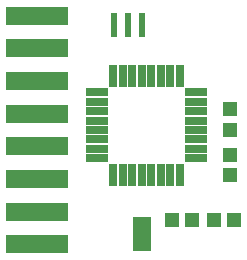
<source format=gts>
G04 DipTrace 3.3.1.1*
G04 TopMask.gts*
%MOIN*%
G04 #@! TF.FileFunction,Soldermask,Top*
G04 #@! TF.Part,Single*
%ADD19R,0.059055X0.11811*%
%ADD32R,0.023628X0.082683*%
%ADD36R,0.074809X0.027565*%
%ADD38R,0.027565X0.074809*%
%ADD40R,0.04725X0.051187*%
%ADD42R,0.051187X0.04725*%
%ADD46R,0.20788X0.06238*%
%FSLAX26Y26*%
G04*
G70*
G90*
G75*
G01*
G04 TopMask*
%LPD*%
D46*
X499951Y424951D3*
Y533951D3*
Y642951D3*
Y751951D3*
Y860951D3*
Y969951D3*
Y1078951D3*
X500001Y1187990D3*
D19*
X850770Y458220D3*
D42*
X1156200Y506200D3*
X1089271D3*
X949950D3*
X1016879D3*
D40*
X1143700Y656200D3*
Y723129D3*
Y874950D3*
Y808021D3*
D38*
X974951Y987449D3*
X943455D3*
X911959D3*
X880462D3*
X848966D3*
X817470D3*
X785974D3*
X754478D3*
D36*
X699360Y932331D3*
Y900835D3*
Y869339D3*
Y837843D3*
Y806347D3*
Y774851D3*
Y743355D3*
Y711859D3*
D38*
X754478Y656741D3*
X785974D3*
X817470D3*
X848966D3*
X880462D3*
X911959D3*
X943455D3*
X974951D3*
D36*
X1030069Y711859D3*
Y743355D3*
Y774851D3*
Y806347D3*
Y837843D3*
Y869339D3*
Y900835D3*
Y932331D3*
D32*
X849949Y1156200D3*
X802705D3*
X755461D3*
M02*

</source>
